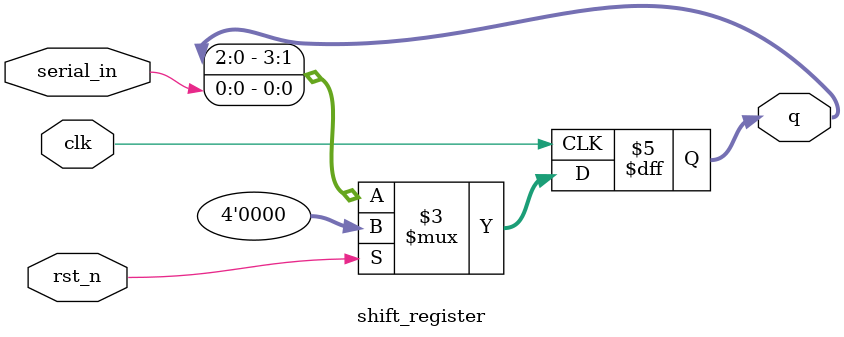
<source format=v>
module shift_register(serial_in, clk, rst_n, q);
// serial data in & parallel data out
    input serial_in, clk, rst_n;
    output reg [3:0] q;

    always @(posedge clk) begin
        if (rst_n) q <= 4'b0000;
        else q <= {q[2:0], serial_in};
    end
endmodule

</source>
